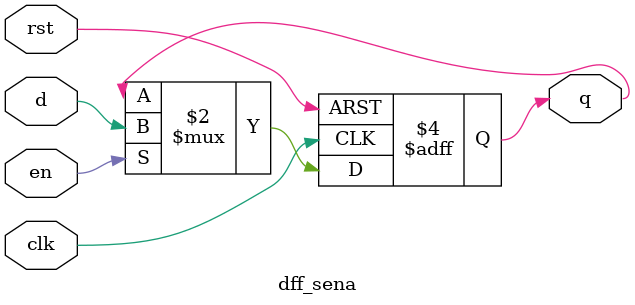
<source format=v>
module dff_sena (
     input wire d,
     input wire clk,
     input wire en,
     input wire rst,
     output  reg q
    );

     always @(posedge clk,  posedge rst) begin
        if (rst)
            q <= 1'b0;
        else if(en)
             q <= d;

    end

endmodule
</source>
